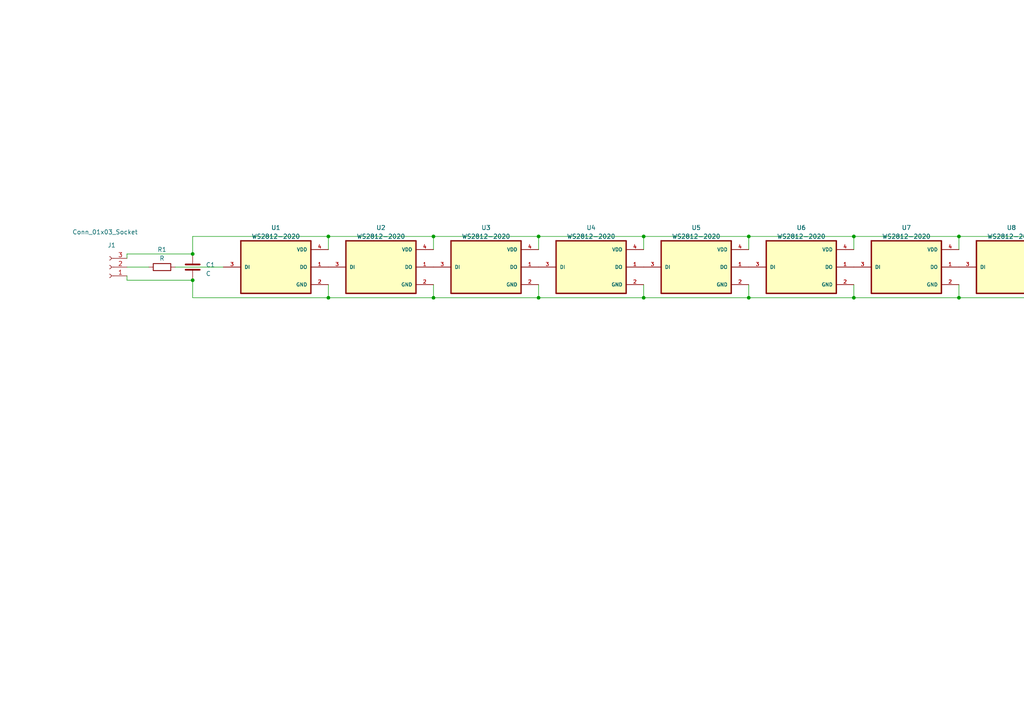
<source format=kicad_sch>
(kicad_sch (version 20230121) (generator eeschema)
  (paper "A4")
  (lib_symbols
    (symbol "Connector:Conn_01x03_Socket" (pin_names (offset 1.016) hide)
      (property "Reference" "J" (at 0 5.08 0))
      (property "Value" "Conn_01x03_Socket" (at 0 -5.08 0))
      (symbol "Conn_01x03_Socket_1_1"
        (arc (start 0 -2.032) (mid -0.5058 -2.54) (end 0 -3.048) (stroke (width 0.1524)))
        (polyline (pts (xy -1.27 -2.54) (xy -0.508 -2.54)) (stroke (width 0.1524)))
        (polyline (pts (xy -1.27 0) (xy -0.508 0)) (stroke (width 0.1524)))
        (polyline (pts (xy -1.27 2.54) (xy -0.508 2.54)) (stroke (width 0.1524)))
        (arc (start 0 0.508) (mid -0.5058 0) (end 0 -0.508) (stroke (width 0.1524)))
        (arc (start 0 3.048) (mid -0.5058 2.54) (end 0 2.032) (stroke (width 0.1524)))
        (pin passive line (at -5.08 2.54 0) (length 3.81) (name "Pin_1") (number "1"))
        (pin passive line (at -5.08 0 0) (length 3.81) (name "Pin_2") (number "2"))
        (pin passive line (at -5.08 -2.54 0) (length 3.81) (name "Pin_3") (number "3"))
      )
    )
    (symbol "Device:C" (pin_numbers hide) (pin_names (offset 0.254))
      (property "Reference" "C" (at 0.635 2.54 0))
      (property "Value" "C" (at 0.635 -2.54 0))
      (symbol "C_0_1"
        (polyline (pts (xy -2.032 -0.762) (xy 2.032 -0.762)) (stroke (width 0.508)))
        (polyline (pts (xy -2.032 0.762) (xy 2.032 0.762)) (stroke (width 0.508)))
      )
      (symbol "C_1_1"
        (pin passive line (at 0 3.81 270) (length 2.794) (name "~") (number "1"))
        (pin passive line (at 0 -3.81 90) (length 2.794) (name "~") (number "2"))
      )
    )
    (symbol "Device:R" (pin_numbers hide) (pin_names (offset 0))
      (property "Reference" "R" (at 2.032 0 90))
      (property "Value" "R" (at 0 0 90))
      (symbol "R_0_1"
        (rectangle (start -1.016 -2.54) (end 1.016 2.54) (stroke (width 0.254)))
      )
      (symbol "R_1_1"
        (pin passive line (at 0 3.81 270) (length 1.27) (name "~") (number "1"))
        (pin passive line (at 0 -3.81 90) (length 1.27) (name "~") (number "2"))
      )
    )
    (symbol "WS2812-2020:WS2812-2020" (pin_names (offset 1.016))
      (property "Reference" "U" (at -10.16 7.62 0))
      (property "Value" "WS2812-2020" (at -10.16 -10.16 0))
      (symbol "WS2812-2020_0_0"
        (rectangle (start -10.16 -7.62) (end 10.16 7.62) (stroke (width 0.4064)) (fill (type background)))
        (pin output line (at 15.24 0 180) (length 5.08) (name "DO") (number "1"))
        (pin power_in line (at 15.24 -5.08 180) (length 5.08) (name "GND") (number "2"))
        (pin input line (at -15.24 0 0) (length 5.08) (name "DI") (number "3"))
        (pin power_in line (at 15.24 5.08 180) (length 5.08) (name "VDD") (number "4"))
      )
    )
  )
  (junction (at 247.65 68.58))
  (junction (at 278.13 86.36))
  (junction (at 95.25 86.36))
  (junction (at 125.73 86.36))
  (junction (at 308.61 68.58))
  (junction (at 217.17 86.36))
  (junction (at 95.25 68.58))
  (junction (at 125.73 68.58))
  (junction (at 186.69 86.36))
  (junction (at 186.69 68.58))
  (junction (at 278.13 68.58))
  (junction (at 55.88 73.66))
  (junction (at 308.61 86.36))
  (junction (at 247.65 86.36))
  (junction (at 156.21 86.36))
  (junction (at 217.17 68.58))
  (junction (at 55.88 81.28))
  (junction (at 156.21 68.58))
  (wire (pts (xy 95.25 68.58) (xy 55.88 68.58)))
  (wire (pts (xy 308.61 68.58) (xy 278.13 68.58)))
  (wire (pts (xy 125.73 68.58) (xy 95.25 68.58)))
  (wire (pts (xy 36.83 77.47) (xy 43.18 77.47)))
  (wire (pts (xy 55.88 73.66) (xy 36.83 73.66)))
  (wire (pts (xy 95.25 86.36) (xy 55.88 86.36)))
  (wire (pts (xy 156.21 68.58) (xy 156.21 72.39)))
  (wire (pts (xy 247.65 86.36) (xy 217.17 86.36)))
  (wire (pts (xy 156.21 86.36) (xy 125.73 86.36)))
  (wire (pts (xy 339.09 82.55) (xy 339.09 86.36)))
  (wire (pts (xy 339.09 86.36) (xy 308.61 86.36)))
  (wire (pts (xy 278.13 82.55) (xy 278.13 86.36)))
  (wire (pts (xy 125.73 86.36) (xy 95.25 86.36)))
  (wire (pts (xy 247.65 68.58) (xy 217.17 68.58)))
  (wire (pts (xy 308.61 68.58) (xy 308.61 72.39)))
  (wire (pts (xy 156.21 82.55) (xy 156.21 86.36)))
  (wire (pts (xy 278.13 68.58) (xy 247.65 68.58)))
  (wire (pts (xy 186.69 68.58) (xy 156.21 68.58)))
  (wire (pts (xy 50.8 77.47) (xy 64.77 77.47)))
  (wire (pts (xy 217.17 82.55) (xy 217.17 86.36)))
  (wire (pts (xy 278.13 86.36) (xy 247.65 86.36)))
  (wire (pts (xy 308.61 86.36) (xy 278.13 86.36)))
  (wire (pts (xy 186.69 82.55) (xy 186.69 86.36)))
  (wire (pts (xy 308.61 82.55) (xy 308.61 86.36)))
  (wire (pts (xy 36.83 80.01) (xy 36.83 81.28)))
  (wire (pts (xy 36.83 81.28) (xy 55.88 81.28)))
  (wire (pts (xy 278.13 68.58) (xy 278.13 72.39)))
  (wire (pts (xy 36.83 73.66) (xy 36.83 74.93)))
  (wire (pts (xy 95.25 82.55) (xy 95.25 86.36)))
  (wire (pts (xy 217.17 68.58) (xy 217.17 72.39)))
  (wire (pts (xy 217.17 68.58) (xy 186.69 68.58)))
  (wire (pts (xy 339.09 72.39) (xy 339.09 68.58)))
  (wire (pts (xy 339.09 68.58) (xy 308.61 68.58)))
  (wire (pts (xy 95.25 72.39) (xy 95.25 68.58)))
  (wire (pts (xy 55.88 86.36) (xy 55.88 81.28)))
  (wire (pts (xy 186.69 68.58) (xy 186.69 72.39)))
  (wire (pts (xy 186.69 86.36) (xy 156.21 86.36)))
  (wire (pts (xy 55.88 68.58) (xy 55.88 73.66)))
  (wire (pts (xy 247.65 68.58) (xy 247.65 72.39)))
  (wire (pts (xy 156.21 68.58) (xy 125.73 68.58)))
  (wire (pts (xy 247.65 82.55) (xy 247.65 86.36)))
  (wire (pts (xy 125.73 82.55) (xy 125.73 86.36)))
  (wire (pts (xy 125.73 68.58) (xy 125.73 72.39)))
  (wire (pts (xy 217.17 86.36) (xy 186.69 86.36)))
  (symbol (lib_id "WS2812-2020:WS2812-2020") (at 323.85 77.47 0) (unit 1)
    (property "Reference" "U9" (at 323.85 66.04 0))
    (property "Value" "WS2812-2020" (at 323.85 68.58 0))
    (property "Footprint" "LED_WS2812-2020" (effects hide))
    (property "PARTREV" "V1.3" (effects hide))
    (property "SNAPEDA_PN" "WS2812-2020" (effects hide))
    (property "STANDARD" "Manufacturer Recommendations" (effects hide))
    (property "MAXIMUM_PACKAGE_HEIGHT" "0.84 mm" (effects hide))
    (property "MANUFACTURER" "Worldsemi" (effects hide))
  )
  (symbol (lib_id "WS2812-2020:WS2812-2020") (at 293.37 77.47 0) (unit 1)
    (property "Reference" "U8" (at 293.37 66.04 0))
    (property "Value" "WS2812-2020" (at 293.37 68.58 0))
    (property "Footprint" "LED_WS2812-2020" (effects hide))
    (property "PARTREV" "V1.3" (effects hide))
    (property "SNAPEDA_PN" "WS2812-2020" (effects hide))
    (property "STANDARD" "Manufacturer Recommendations" (effects hide))
    (property "MAXIMUM_PACKAGE_HEIGHT" "0.84 mm" (effects hide))
    (property "MANUFACTURER" "Worldsemi" (effects hide))
  )
  (symbol (lib_id "WS2812-2020:WS2812-2020") (at 201.93 77.47 0) (unit 1)
    (property "Reference" "U5" (at 201.93 66.04 0))
    (property "Value" "WS2812-2020" (at 201.93 68.58 0))
    (property "Footprint" "LED_WS2812-2020" (effects hide))
    (property "PARTREV" "V1.3" (effects hide))
    (property "SNAPEDA_PN" "WS2812-2020" (effects hide))
    (property "STANDARD" "Manufacturer Recommendations" (effects hide))
    (property "MAXIMUM_PACKAGE_HEIGHT" "0.84 mm" (effects hide))
    (property "MANUFACTURER" "Worldsemi" (effects hide))
  )
  (symbol (lib_id "WS2812-2020:WS2812-2020") (at 140.97 77.47 0) (unit 1)
    (property "Reference" "U3" (at 140.97 66.04 0))
    (property "Value" "WS2812-2020" (at 140.97 68.58 0))
    (property "Footprint" "LED_WS2812-2020" (effects hide))
    (property "PARTREV" "V1.3" (effects hide))
    (property "SNAPEDA_PN" "WS2812-2020" (effects hide))
    (property "STANDARD" "Manufacturer Recommendations" (effects hide))
    (property "MAXIMUM_PACKAGE_HEIGHT" "0.84 mm" (effects hide))
    (property "MANUFACTURER" "Worldsemi" (effects hide))
  )
  (symbol (lib_id "WS2812-2020:WS2812-2020") (at 232.41 77.47 0) (unit 1)
    (property "Reference" "U6" (at 232.41 66.04 0))
    (property "Value" "WS2812-2020" (at 232.41 68.58 0))
    (property "Footprint" "LED_WS2812-2020" (effects hide))
    (property "PARTREV" "V1.3" (effects hide))
    (property "SNAPEDA_PN" "WS2812-2020" (effects hide))
    (property "STANDARD" "Manufacturer Recommendations" (effects hide))
    (property "MAXIMUM_PACKAGE_HEIGHT" "0.84 mm" (effects hide))
    (property "MANUFACTURER" "Worldsemi" (effects hide))
  )
  (symbol (lib_id "WS2812-2020:WS2812-2020") (at 171.45 77.47 0) (unit 1)
    (property "Reference" "U4" (at 171.45 66.04 0))
    (property "Value" "WS2812-2020" (at 171.45 68.58 0))
    (property "Footprint" "LED_WS2812-2020" (effects hide))
    (property "PARTREV" "V1.3" (effects hide))
    (property "SNAPEDA_PN" "WS2812-2020" (effects hide))
    (property "STANDARD" "Manufacturer Recommendations" (effects hide))
    (property "MAXIMUM_PACKAGE_HEIGHT" "0.84 mm" (effects hide))
    (property "MANUFACTURER" "Worldsemi" (effects hide))
  )
  (symbol (lib_id "Device:R") (at 46.99 77.47 90) (unit 1)
    (property "Reference" "R1" (at 46.99 72.39 90))
    (property "Value" "R" (at 46.99 74.93 90))
    (property "Footprint" "Resistor_SMD:R_0402_1005Metric" (effects hide))
  )
  (symbol (lib_id "WS2812-2020:WS2812-2020") (at 80.01 77.47 0) (unit 1)
    (property "Reference" "U1" (at 80.01 66.04 0))
    (property "Value" "WS2812-2020" (at 80.01 68.58 0))
    (property "Footprint" "LED_WS2812-2020" (effects hide))
    (property "PARTREV" "V1.3" (effects hide))
    (property "SNAPEDA_PN" "WS2812-2020" (effects hide))
    (property "STANDARD" "Manufacturer Recommendations" (effects hide))
    (property "MAXIMUM_PACKAGE_HEIGHT" "0.84 mm" (effects hide))
    (property "MANUFACTURER" "Worldsemi" (effects hide))
  )
  (symbol (lib_id "WS2812-2020:WS2812-2020") (at 262.89 77.47 0) (unit 1)
    (property "Reference" "U7" (at 262.89 66.04 0))
    (property "Value" "WS2812-2020" (at 262.89 68.58 0))
    (property "Footprint" "LED_WS2812-2020" (effects hide))
    (property "PARTREV" "V1.3" (effects hide))
    (property "SNAPEDA_PN" "WS2812-2020" (effects hide))
    (property "STANDARD" "Manufacturer Recommendations" (effects hide))
    (property "MAXIMUM_PACKAGE_HEIGHT" "0.84 mm" (effects hide))
    (property "MANUFACTURER" "Worldsemi" (effects hide))
  )
  (symbol (lib_id "Device:C") (at 55.88 77.47 0) (unit 1)
    (property "Reference" "C1" (at 59.69 76.835 0) (effects (justify left)))
    (property "Value" "C" (at 59.69 79.375 0) (effects (justify left)))
    (property "Footprint" "Capacitor_SMD:C_0402_1005Metric" (effects hide))
  )
  (symbol (lib_id "WS2812-2020:WS2812-2020") (at 110.49 77.47 0) (unit 1)
    (property "Reference" "U2" (at 110.49 66.04 0))
    (property "Value" "WS2812-2020" (at 110.49 68.58 0))
    (property "Footprint" "LED_WS2812-2020" (effects hide))
    (property "PARTREV" "V1.3" (effects hide))
    (property "SNAPEDA_PN" "WS2812-2020" (effects hide))
    (property "STANDARD" "Manufacturer Recommendations" (effects hide))
    (property "MAXIMUM_PACKAGE_HEIGHT" "0.84 mm" (effects hide))
    (property "MANUFACTURER" "Worldsemi" (effects hide))
  )
  (symbol (lib_id "Connector:Conn_01x03_Socket") (at 31.75 77.47 180) (unit 1)
    (property "Reference" "J1" (at 32.385 71.12 0))
    (property "Value" "Conn_01x03_Socket" (at 30.48 67.31 0))
    (property "Footprint" "Connector_Wire:SolderWire-0.5sqmm_1x03_P4.6mm_D0.9mm_OD2.1mm" (effects hide))
  )
)
</source>
